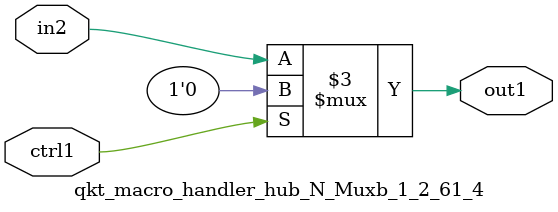
<source format=v>

`timescale 1ps / 1ps


module qkt_macro_handler_hub_N_Muxb_1_2_61_4( in2, ctrl1, out1 );

    input in2;
    input ctrl1;
    output out1;
    reg out1;

    
    // rtl_process:qkt_macro_handler_hub_N_Muxb_1_2_61_4/qkt_macro_handler_hub_N_Muxb_1_2_61_4_thread_1
    always @*
      begin : qkt_macro_handler_hub_N_Muxb_1_2_61_4_thread_1
        case (ctrl1) 
          1'b1: 
            begin
              out1 = 1'b0;
            end
          default: 
            begin
              out1 = in2;
            end
        endcase
      end

endmodule



</source>
